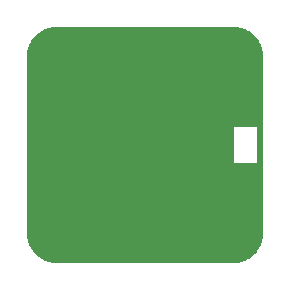
<source format=gbr>
%TF.GenerationSoftware,KiCad,Pcbnew,6.0.1-79c1e3a40b~116~ubuntu20.04.1*%
%TF.CreationDate,2022-01-27T22:25:29+01:00*%
%TF.ProjectId,pcb-turn-45,7063622d-7475-4726-9e2d-34352e6b6963,1*%
%TF.SameCoordinates,Original*%
%TF.FileFunction,Soldermask,Top*%
%TF.FilePolarity,Negative*%
%FSLAX46Y46*%
G04 Gerber Fmt 4.6, Leading zero omitted, Abs format (unit mm)*
G04 Created by KiCad (PCBNEW 6.0.1-79c1e3a40b~116~ubuntu20.04.1) date 2022-01-27 22:25:29*
%MOMM*%
%LPD*%
G01*
G04 APERTURE LIST*
%ADD10C,3.400000*%
G04 APERTURE END LIST*
%TO.C,J2*%
G36*
X153000000Y-88000000D02*
G01*
X150000000Y-88000000D01*
X150000000Y-82000000D01*
X153000000Y-82000000D01*
X153000000Y-88000000D01*
G37*
%TO.C,J1*%
G36*
X163000000Y-95000000D02*
G01*
X157000000Y-95000000D01*
X157000000Y-92000000D01*
X163000000Y-92000000D01*
X163000000Y-95000000D01*
G37*
%TD*%
D10*
%TO.C,H4*%
X167500000Y-77500000D03*
%TD*%
%TO.C,H3*%
X167500000Y-92500000D03*
%TD*%
%TO.C,H2*%
X152500000Y-92500000D03*
%TD*%
%TO.C,H1*%
X152500000Y-77500000D03*
%TD*%
G36*
X167504119Y-75000270D02*
G01*
X167818073Y-75020848D01*
X167834413Y-75022999D01*
X168138950Y-75083574D01*
X168154871Y-75087840D01*
X168448888Y-75187646D01*
X168464114Y-75193953D01*
X168742592Y-75331283D01*
X168756866Y-75339524D01*
X169015034Y-75512027D01*
X169028109Y-75522060D01*
X169261557Y-75726788D01*
X169273212Y-75738443D01*
X169477940Y-75971891D01*
X169487973Y-75984966D01*
X169660476Y-76243134D01*
X169668717Y-76257408D01*
X169806047Y-76535886D01*
X169812354Y-76551112D01*
X169912160Y-76845129D01*
X169916426Y-76861050D01*
X169977001Y-77165587D01*
X169979152Y-77181927D01*
X169999730Y-77495881D01*
X170000000Y-77504122D01*
X170000000Y-83628000D01*
X169979998Y-83696121D01*
X169926342Y-83742614D01*
X169874000Y-83754000D01*
X169626000Y-83754000D01*
X169557879Y-83733998D01*
X169511386Y-83680342D01*
X169500000Y-83628000D01*
X169500000Y-83518115D01*
X169495525Y-83502876D01*
X169494135Y-83501671D01*
X169486452Y-83500000D01*
X167518115Y-83500000D01*
X167502876Y-83504475D01*
X167501671Y-83505865D01*
X167500000Y-83513548D01*
X167500000Y-83628000D01*
X167479998Y-83696121D01*
X167426342Y-83742614D01*
X167374000Y-83754000D01*
X150126000Y-83754000D01*
X150057879Y-83733998D01*
X150011386Y-83680342D01*
X150000000Y-83628000D01*
X150000000Y-77504122D01*
X150000270Y-77495881D01*
X150020848Y-77181927D01*
X150022999Y-77165587D01*
X150083574Y-76861050D01*
X150087840Y-76845129D01*
X150187646Y-76551112D01*
X150193953Y-76535886D01*
X150331283Y-76257408D01*
X150339524Y-76243134D01*
X150512027Y-75984966D01*
X150522060Y-75971891D01*
X150726788Y-75738443D01*
X150738443Y-75726788D01*
X150971891Y-75522060D01*
X150984966Y-75512027D01*
X151243134Y-75339524D01*
X151257408Y-75331283D01*
X151535886Y-75193953D01*
X151551112Y-75187646D01*
X151845129Y-75087840D01*
X151861050Y-75083574D01*
X152165587Y-75022999D01*
X152181927Y-75020848D01*
X152495881Y-75000270D01*
X152504122Y-75000000D01*
X167495878Y-75000000D01*
X167504119Y-75000270D01*
G37*
G36*
X167503094Y-83246152D02*
G01*
X167518709Y-83246919D01*
X167531018Y-83248131D01*
X167539329Y-83249364D01*
X167603777Y-83279146D01*
X167641892Y-83339044D01*
X167641574Y-83410040D01*
X167602923Y-83469593D01*
X167538210Y-83498797D01*
X167520838Y-83500000D01*
X167518115Y-83500000D01*
X167502876Y-83504475D01*
X167501671Y-83505865D01*
X167500000Y-83513548D01*
X167500000Y-86481885D01*
X167504475Y-86497124D01*
X167505865Y-86498329D01*
X167513548Y-86500000D01*
X167628000Y-86500000D01*
X167696121Y-86520002D01*
X167742614Y-86573658D01*
X167754000Y-86626000D01*
X167754000Y-94865340D01*
X167733998Y-94933461D01*
X167680342Y-94979954D01*
X167636241Y-94991070D01*
X167504119Y-94999730D01*
X167495878Y-95000000D01*
X152504122Y-95000000D01*
X152495881Y-94999730D01*
X152181927Y-94979152D01*
X152165587Y-94977001D01*
X151861050Y-94916426D01*
X151845129Y-94912160D01*
X151551112Y-94812354D01*
X151535886Y-94806047D01*
X151257408Y-94668717D01*
X151243134Y-94660476D01*
X150984966Y-94487973D01*
X150971891Y-94477940D01*
X150738443Y-94273212D01*
X150726788Y-94261557D01*
X150522060Y-94028109D01*
X150512027Y-94015034D01*
X150339524Y-93756866D01*
X150331283Y-93742592D01*
X150193953Y-93464114D01*
X150187646Y-93448888D01*
X150087840Y-93154871D01*
X150083574Y-93138950D01*
X150022999Y-92834413D01*
X150020848Y-92818073D01*
X150000270Y-92504119D01*
X150000000Y-92495878D01*
X150000000Y-83372000D01*
X150020002Y-83303879D01*
X150073658Y-83257386D01*
X150126000Y-83246000D01*
X167496912Y-83246000D01*
X167503094Y-83246152D01*
G37*
G36*
X169942121Y-86266002D02*
G01*
X169988614Y-86319658D01*
X170000000Y-86372000D01*
X170000000Y-92495878D01*
X169999730Y-92504119D01*
X169979152Y-92818073D01*
X169977001Y-92834413D01*
X169916426Y-93138950D01*
X169912160Y-93154871D01*
X169812354Y-93448888D01*
X169806047Y-93464114D01*
X169668717Y-93742592D01*
X169660476Y-93756866D01*
X169487973Y-94015034D01*
X169477940Y-94028109D01*
X169273212Y-94261557D01*
X169261557Y-94273212D01*
X169028109Y-94477940D01*
X169015034Y-94487973D01*
X168756866Y-94660476D01*
X168742592Y-94668717D01*
X168464114Y-94806047D01*
X168448888Y-94812354D01*
X168154871Y-94912160D01*
X168138950Y-94916426D01*
X167834413Y-94977001D01*
X167818073Y-94979152D01*
X167504119Y-94999730D01*
X167495878Y-95000000D01*
X167372000Y-95000000D01*
X167303879Y-94979998D01*
X167257386Y-94926342D01*
X167246000Y-94874000D01*
X167246000Y-86503088D01*
X167246152Y-86496906D01*
X167246919Y-86481291D01*
X167248131Y-86468982D01*
X167249364Y-86460671D01*
X167279146Y-86396223D01*
X167339044Y-86358108D01*
X167410040Y-86358426D01*
X167469593Y-86397077D01*
X167498797Y-86461790D01*
X167500000Y-86479162D01*
X167500000Y-86481885D01*
X167504475Y-86497124D01*
X167505865Y-86498329D01*
X167513548Y-86500000D01*
X169481885Y-86500000D01*
X169497124Y-86495525D01*
X169498329Y-86494135D01*
X169500000Y-86486452D01*
X169500000Y-86372000D01*
X169520002Y-86303879D01*
X169573658Y-86257386D01*
X169626000Y-86246000D01*
X169874000Y-86246000D01*
X169942121Y-86266002D01*
G37*
G36*
X169942121Y-83266002D02*
G01*
X169988614Y-83319658D01*
X170000000Y-83372000D01*
X170000000Y-86628000D01*
X169979998Y-86696121D01*
X169926342Y-86742614D01*
X169874000Y-86754000D01*
X169503088Y-86754000D01*
X169496906Y-86753848D01*
X169481291Y-86753081D01*
X169468982Y-86751869D01*
X169460671Y-86750636D01*
X169396223Y-86720854D01*
X169358108Y-86660956D01*
X169358426Y-86589960D01*
X169397077Y-86530407D01*
X169461790Y-86501203D01*
X169479162Y-86500000D01*
X169481885Y-86500000D01*
X169497124Y-86495525D01*
X169498329Y-86494135D01*
X169500000Y-86486452D01*
X169500000Y-83518115D01*
X169495525Y-83502876D01*
X169494135Y-83501671D01*
X169486452Y-83500000D01*
X169479162Y-83500000D01*
X169411041Y-83479998D01*
X169364548Y-83426342D01*
X169354444Y-83356068D01*
X169383938Y-83291488D01*
X169443664Y-83253104D01*
X169460671Y-83249364D01*
X169468982Y-83248131D01*
X169481291Y-83246919D01*
X169496906Y-83246152D01*
X169503088Y-83246000D01*
X169874000Y-83246000D01*
X169942121Y-83266002D01*
G37*
M02*

</source>
